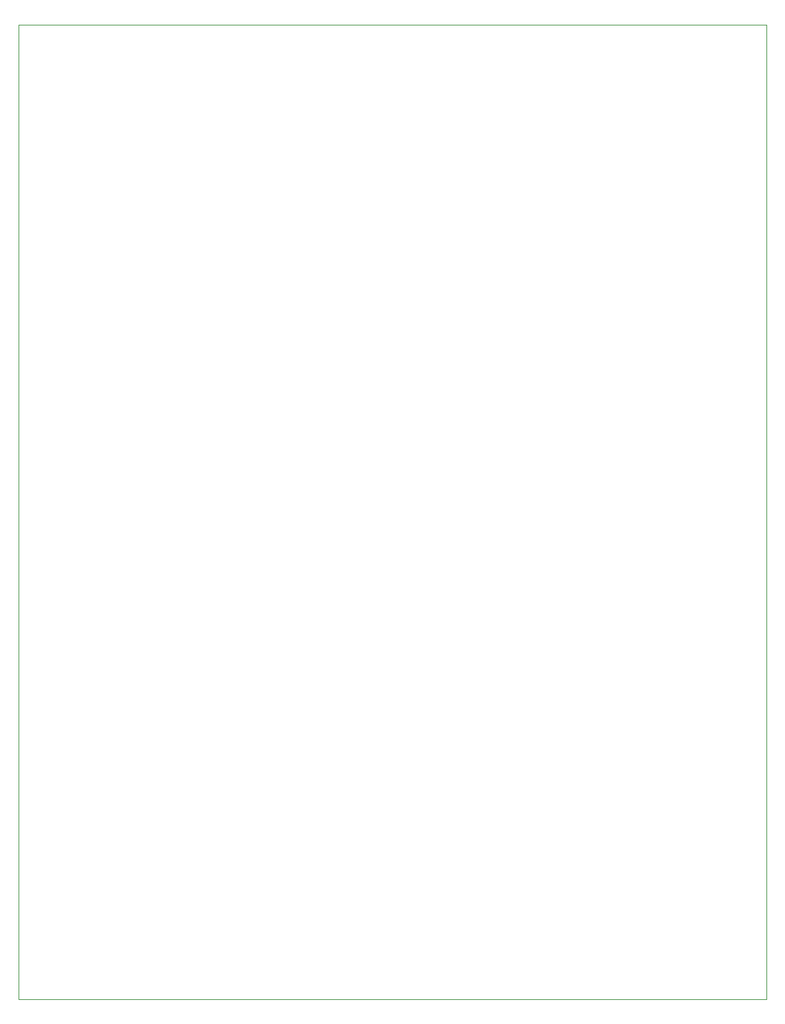
<source format=gbr>
%TF.GenerationSoftware,Altium Limited,Altium Designer,25.8.1 (18)*%
G04 Layer_Color=0*
%FSLAX45Y45*%
%MOMM*%
%TF.SameCoordinates,6DC0C429-1490-48E0-953F-FE07D10FE70F*%
%TF.FilePolarity,Positive*%
%TF.FileFunction,Profile,NP*%
%TF.Part,Single*%
G01*
G75*
%TA.AperFunction,Profile*%
%ADD26C,0.02540*%
D26*
Y12001500D02*
Y0D01*
X9207500D01*
Y12001500D01*
X0D01*
%TF.MD5,10b8688a4ab5039c2bec4f2c942b23c5*%
M02*

</source>
